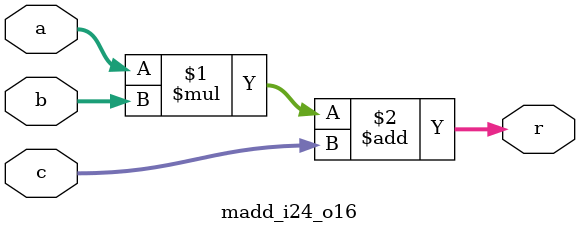
<source format=v>
module madd_i24_o16 (a, b, c, r);
input [7:0] a, b, c;
output [15:0] r;


assign r = (a * b) + c;

endmodule  

</source>
